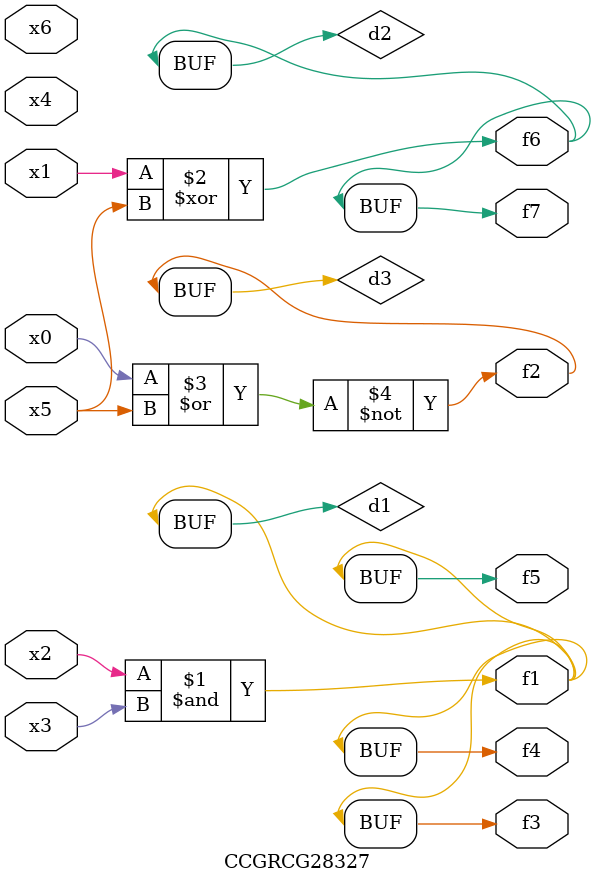
<source format=v>
module CCGRCG28327(
	input x0, x1, x2, x3, x4, x5, x6,
	output f1, f2, f3, f4, f5, f6, f7
);

	wire d1, d2, d3;

	and (d1, x2, x3);
	xor (d2, x1, x5);
	nor (d3, x0, x5);
	assign f1 = d1;
	assign f2 = d3;
	assign f3 = d1;
	assign f4 = d1;
	assign f5 = d1;
	assign f6 = d2;
	assign f7 = d2;
endmodule

</source>
